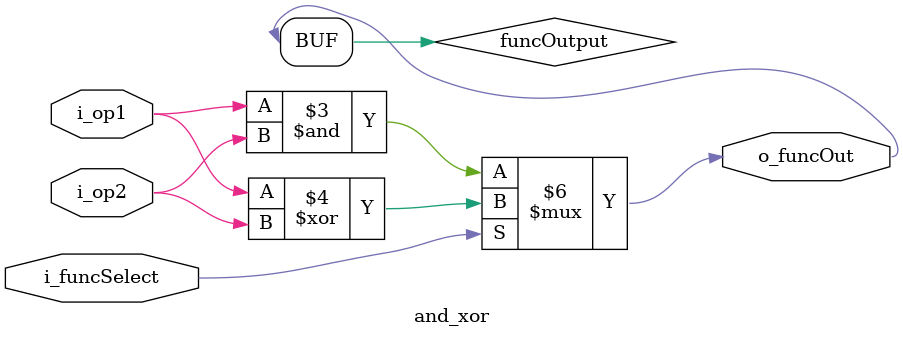
<source format=v>
module and_xor
(
	input i_op1, //input for 
	input i_op2,
	input i_funcSelect,
	output o_funcOut
);

reg funcOutput; //register for defined for operation in always block

// assign o_funcOut = i_funcSelect ? (i_op1 ^ i_op2):(i_op1 & i_op2); 

always @(i_op1, i_op2, i_funcSelect) //always block sensivity list. Why all inputs are written and why no posedge negedge ?
begin
	if (i_funcSelect == 1'b0)
		funcOutput <= i_op1 & i_op2; //and operation
	else
		funcOutput <= i_op1 ^ i_op2; //exor operation
end

assign o_funcOut = funcOutput; //register to output

endmodule

</source>
